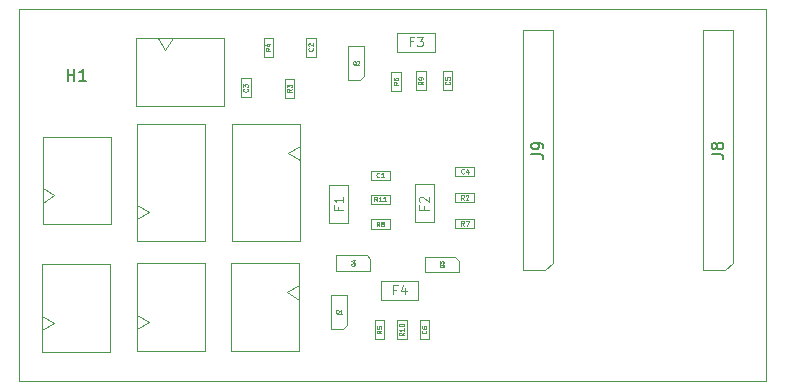
<source format=gbr>
%TF.GenerationSoftware,KiCad,Pcbnew,9.0.3*%
%TF.CreationDate,2025-08-24T20:12:34+09:00*%
%TF.ProjectId,mirror_Shooter_v2,6d697272-6f72-45f5-9368-6f6f7465725f,rev?*%
%TF.SameCoordinates,Original*%
%TF.FileFunction,Profile,NP*%
%FSLAX46Y46*%
G04 Gerber Fmt 4.6, Leading zero omitted, Abs format (unit mm)*
G04 Created by KiCad (PCBNEW 9.0.3) date 2025-08-24 20:12:34*
%MOMM*%
%LPD*%
G01*
G04 APERTURE LIST*
%TA.AperFunction,Profile*%
%ADD10C,0.050000*%
%TD*%
%ADD11C,0.060000*%
%ADD12C,0.120000*%
%ADD13C,0.050000*%
%ADD14C,0.150000*%
%ADD15C,0.100000*%
G04 APERTURE END LIST*
D10*
X115341400Y-85471000D02*
X178587400Y-85471000D01*
X178587400Y-116992400D01*
X115341400Y-116992400D01*
X115341400Y-85471000D01*
D11*
X153013633Y-103813927D02*
X152880300Y-103623451D01*
X152785062Y-103813927D02*
X152785062Y-103413927D01*
X152785062Y-103413927D02*
X152937443Y-103413927D01*
X152937443Y-103413927D02*
X152975538Y-103432975D01*
X152975538Y-103432975D02*
X152994585Y-103452022D01*
X152994585Y-103452022D02*
X153013633Y-103490118D01*
X153013633Y-103490118D02*
X153013633Y-103547260D01*
X153013633Y-103547260D02*
X152994585Y-103585356D01*
X152994585Y-103585356D02*
X152975538Y-103604403D01*
X152975538Y-103604403D02*
X152937443Y-103623451D01*
X152937443Y-103623451D02*
X152785062Y-103623451D01*
X153146966Y-103413927D02*
X153413633Y-103413927D01*
X153413633Y-103413927D02*
X153242204Y-103813927D01*
X145857433Y-103864727D02*
X145724100Y-103674251D01*
X145628862Y-103864727D02*
X145628862Y-103464727D01*
X145628862Y-103464727D02*
X145781243Y-103464727D01*
X145781243Y-103464727D02*
X145819338Y-103483775D01*
X145819338Y-103483775D02*
X145838385Y-103502822D01*
X145838385Y-103502822D02*
X145857433Y-103540918D01*
X145857433Y-103540918D02*
X145857433Y-103598060D01*
X145857433Y-103598060D02*
X145838385Y-103636156D01*
X145838385Y-103636156D02*
X145819338Y-103655203D01*
X145819338Y-103655203D02*
X145781243Y-103674251D01*
X145781243Y-103674251D02*
X145628862Y-103674251D01*
X146086004Y-103636156D02*
X146047909Y-103617108D01*
X146047909Y-103617108D02*
X146028862Y-103598060D01*
X146028862Y-103598060D02*
X146009814Y-103559965D01*
X146009814Y-103559965D02*
X146009814Y-103540918D01*
X146009814Y-103540918D02*
X146028862Y-103502822D01*
X146028862Y-103502822D02*
X146047909Y-103483775D01*
X146047909Y-103483775D02*
X146086004Y-103464727D01*
X146086004Y-103464727D02*
X146162195Y-103464727D01*
X146162195Y-103464727D02*
X146200290Y-103483775D01*
X146200290Y-103483775D02*
X146219338Y-103502822D01*
X146219338Y-103502822D02*
X146238385Y-103540918D01*
X146238385Y-103540918D02*
X146238385Y-103559965D01*
X146238385Y-103559965D02*
X146219338Y-103598060D01*
X146219338Y-103598060D02*
X146200290Y-103617108D01*
X146200290Y-103617108D02*
X146162195Y-103636156D01*
X146162195Y-103636156D02*
X146086004Y-103636156D01*
X146086004Y-103636156D02*
X146047909Y-103655203D01*
X146047909Y-103655203D02*
X146028862Y-103674251D01*
X146028862Y-103674251D02*
X146009814Y-103712346D01*
X146009814Y-103712346D02*
X146009814Y-103788537D01*
X146009814Y-103788537D02*
X146028862Y-103826632D01*
X146028862Y-103826632D02*
X146047909Y-103845680D01*
X146047909Y-103845680D02*
X146086004Y-103864727D01*
X146086004Y-103864727D02*
X146162195Y-103864727D01*
X146162195Y-103864727D02*
X146200290Y-103845680D01*
X146200290Y-103845680D02*
X146219338Y-103826632D01*
X146219338Y-103826632D02*
X146238385Y-103788537D01*
X146238385Y-103788537D02*
X146238385Y-103712346D01*
X146238385Y-103712346D02*
X146219338Y-103674251D01*
X146219338Y-103674251D02*
X146200290Y-103655203D01*
X146200290Y-103655203D02*
X146162195Y-103636156D01*
X138434127Y-92238966D02*
X138243651Y-92372299D01*
X138434127Y-92467537D02*
X138034127Y-92467537D01*
X138034127Y-92467537D02*
X138034127Y-92315156D01*
X138034127Y-92315156D02*
X138053175Y-92277061D01*
X138053175Y-92277061D02*
X138072222Y-92258014D01*
X138072222Y-92258014D02*
X138110318Y-92238966D01*
X138110318Y-92238966D02*
X138167460Y-92238966D01*
X138167460Y-92238966D02*
X138205556Y-92258014D01*
X138205556Y-92258014D02*
X138224603Y-92277061D01*
X138224603Y-92277061D02*
X138243651Y-92315156D01*
X138243651Y-92315156D02*
X138243651Y-92467537D01*
X138034127Y-92105633D02*
X138034127Y-91858014D01*
X138034127Y-91858014D02*
X138186508Y-91991347D01*
X138186508Y-91991347D02*
X138186508Y-91934204D01*
X138186508Y-91934204D02*
X138205556Y-91896109D01*
X138205556Y-91896109D02*
X138224603Y-91877061D01*
X138224603Y-91877061D02*
X138262699Y-91858014D01*
X138262699Y-91858014D02*
X138357937Y-91858014D01*
X138357937Y-91858014D02*
X138396032Y-91877061D01*
X138396032Y-91877061D02*
X138415080Y-91896109D01*
X138415080Y-91896109D02*
X138434127Y-91934204D01*
X138434127Y-91934204D02*
X138434127Y-92048490D01*
X138434127Y-92048490D02*
X138415080Y-92086585D01*
X138415080Y-92086585D02*
X138396032Y-92105633D01*
X149800632Y-112689166D02*
X149819680Y-112708214D01*
X149819680Y-112708214D02*
X149838727Y-112765356D01*
X149838727Y-112765356D02*
X149838727Y-112803452D01*
X149838727Y-112803452D02*
X149819680Y-112860595D01*
X149819680Y-112860595D02*
X149781584Y-112898690D01*
X149781584Y-112898690D02*
X149743489Y-112917737D01*
X149743489Y-112917737D02*
X149667299Y-112936785D01*
X149667299Y-112936785D02*
X149610156Y-112936785D01*
X149610156Y-112936785D02*
X149533965Y-112917737D01*
X149533965Y-112917737D02*
X149495870Y-112898690D01*
X149495870Y-112898690D02*
X149457775Y-112860595D01*
X149457775Y-112860595D02*
X149438727Y-112803452D01*
X149438727Y-112803452D02*
X149438727Y-112765356D01*
X149438727Y-112765356D02*
X149457775Y-112708214D01*
X149457775Y-112708214D02*
X149476822Y-112689166D01*
X149438727Y-112346309D02*
X149438727Y-112422499D01*
X149438727Y-112422499D02*
X149457775Y-112460595D01*
X149457775Y-112460595D02*
X149476822Y-112479642D01*
X149476822Y-112479642D02*
X149533965Y-112517737D01*
X149533965Y-112517737D02*
X149610156Y-112536785D01*
X149610156Y-112536785D02*
X149762537Y-112536785D01*
X149762537Y-112536785D02*
X149800632Y-112517737D01*
X149800632Y-112517737D02*
X149819680Y-112498690D01*
X149819680Y-112498690D02*
X149838727Y-112460595D01*
X149838727Y-112460595D02*
X149838727Y-112384404D01*
X149838727Y-112384404D02*
X149819680Y-112346309D01*
X149819680Y-112346309D02*
X149800632Y-112327261D01*
X149800632Y-112327261D02*
X149762537Y-112308214D01*
X149762537Y-112308214D02*
X149667299Y-112308214D01*
X149667299Y-112308214D02*
X149629203Y-112327261D01*
X149629203Y-112327261D02*
X149610156Y-112346309D01*
X149610156Y-112346309D02*
X149591108Y-112384404D01*
X149591108Y-112384404D02*
X149591108Y-112460595D01*
X149591108Y-112460595D02*
X149610156Y-112498690D01*
X149610156Y-112498690D02*
X149629203Y-112517737D01*
X149629203Y-112517737D02*
X149667299Y-112536785D01*
X145855233Y-99686432D02*
X145836185Y-99705480D01*
X145836185Y-99705480D02*
X145779043Y-99724527D01*
X145779043Y-99724527D02*
X145740947Y-99724527D01*
X145740947Y-99724527D02*
X145683804Y-99705480D01*
X145683804Y-99705480D02*
X145645709Y-99667384D01*
X145645709Y-99667384D02*
X145626662Y-99629289D01*
X145626662Y-99629289D02*
X145607614Y-99553099D01*
X145607614Y-99553099D02*
X145607614Y-99495956D01*
X145607614Y-99495956D02*
X145626662Y-99419765D01*
X145626662Y-99419765D02*
X145645709Y-99381670D01*
X145645709Y-99381670D02*
X145683804Y-99343575D01*
X145683804Y-99343575D02*
X145740947Y-99324527D01*
X145740947Y-99324527D02*
X145779043Y-99324527D01*
X145779043Y-99324527D02*
X145836185Y-99343575D01*
X145836185Y-99343575D02*
X145855233Y-99362622D01*
X146236185Y-99724527D02*
X146007614Y-99724527D01*
X146121900Y-99724527D02*
X146121900Y-99324527D01*
X146121900Y-99324527D02*
X146083804Y-99381670D01*
X146083804Y-99381670D02*
X146045709Y-99419765D01*
X146045709Y-99419765D02*
X146007614Y-99438813D01*
X151781832Y-91607166D02*
X151800880Y-91626214D01*
X151800880Y-91626214D02*
X151819927Y-91683356D01*
X151819927Y-91683356D02*
X151819927Y-91721452D01*
X151819927Y-91721452D02*
X151800880Y-91778595D01*
X151800880Y-91778595D02*
X151762784Y-91816690D01*
X151762784Y-91816690D02*
X151724689Y-91835737D01*
X151724689Y-91835737D02*
X151648499Y-91854785D01*
X151648499Y-91854785D02*
X151591356Y-91854785D01*
X151591356Y-91854785D02*
X151515165Y-91835737D01*
X151515165Y-91835737D02*
X151477070Y-91816690D01*
X151477070Y-91816690D02*
X151438975Y-91778595D01*
X151438975Y-91778595D02*
X151419927Y-91721452D01*
X151419927Y-91721452D02*
X151419927Y-91683356D01*
X151419927Y-91683356D02*
X151438975Y-91626214D01*
X151438975Y-91626214D02*
X151458022Y-91607166D01*
X151419927Y-91245261D02*
X151419927Y-91435737D01*
X151419927Y-91435737D02*
X151610403Y-91454785D01*
X151610403Y-91454785D02*
X151591356Y-91435737D01*
X151591356Y-91435737D02*
X151572308Y-91397642D01*
X151572308Y-91397642D02*
X151572308Y-91302404D01*
X151572308Y-91302404D02*
X151591356Y-91264309D01*
X151591356Y-91264309D02*
X151610403Y-91245261D01*
X151610403Y-91245261D02*
X151648499Y-91226214D01*
X151648499Y-91226214D02*
X151743737Y-91226214D01*
X151743737Y-91226214D02*
X151781832Y-91245261D01*
X151781832Y-91245261D02*
X151800880Y-91264309D01*
X151800880Y-91264309D02*
X151819927Y-91302404D01*
X151819927Y-91302404D02*
X151819927Y-91397642D01*
X151819927Y-91397642D02*
X151800880Y-91435737D01*
X151800880Y-91435737D02*
X151781832Y-91454785D01*
X153018033Y-101629527D02*
X152884700Y-101439051D01*
X152789462Y-101629527D02*
X152789462Y-101229527D01*
X152789462Y-101229527D02*
X152941843Y-101229527D01*
X152941843Y-101229527D02*
X152979938Y-101248575D01*
X152979938Y-101248575D02*
X152998985Y-101267622D01*
X152998985Y-101267622D02*
X153018033Y-101305718D01*
X153018033Y-101305718D02*
X153018033Y-101362860D01*
X153018033Y-101362860D02*
X152998985Y-101400956D01*
X152998985Y-101400956D02*
X152979938Y-101420003D01*
X152979938Y-101420003D02*
X152941843Y-101439051D01*
X152941843Y-101439051D02*
X152789462Y-101439051D01*
X153170414Y-101267622D02*
X153189462Y-101248575D01*
X153189462Y-101248575D02*
X153227557Y-101229527D01*
X153227557Y-101229527D02*
X153322795Y-101229527D01*
X153322795Y-101229527D02*
X153360890Y-101248575D01*
X153360890Y-101248575D02*
X153379938Y-101267622D01*
X153379938Y-101267622D02*
X153398985Y-101305718D01*
X153398985Y-101305718D02*
X153398985Y-101343813D01*
X153398985Y-101343813D02*
X153379938Y-101400956D01*
X153379938Y-101400956D02*
X153151366Y-101629527D01*
X153151366Y-101629527D02*
X153398985Y-101629527D01*
D12*
X149599407Y-102185766D02*
X149599407Y-102452432D01*
X150018455Y-102452432D02*
X149218455Y-102452432D01*
X149218455Y-102452432D02*
X149218455Y-102071480D01*
X149294645Y-101804814D02*
X149256550Y-101766718D01*
X149256550Y-101766718D02*
X149218455Y-101690528D01*
X149218455Y-101690528D02*
X149218455Y-101500052D01*
X149218455Y-101500052D02*
X149256550Y-101423861D01*
X149256550Y-101423861D02*
X149294645Y-101385766D01*
X149294645Y-101385766D02*
X149370836Y-101347671D01*
X149370836Y-101347671D02*
X149447026Y-101347671D01*
X149447026Y-101347671D02*
X149561312Y-101385766D01*
X149561312Y-101385766D02*
X150018455Y-101842909D01*
X150018455Y-101842909D02*
X150018455Y-101347671D01*
D11*
X145666957Y-101756527D02*
X145533624Y-101566051D01*
X145438386Y-101756527D02*
X145438386Y-101356527D01*
X145438386Y-101356527D02*
X145590767Y-101356527D01*
X145590767Y-101356527D02*
X145628862Y-101375575D01*
X145628862Y-101375575D02*
X145647909Y-101394622D01*
X145647909Y-101394622D02*
X145666957Y-101432718D01*
X145666957Y-101432718D02*
X145666957Y-101489860D01*
X145666957Y-101489860D02*
X145647909Y-101527956D01*
X145647909Y-101527956D02*
X145628862Y-101547003D01*
X145628862Y-101547003D02*
X145590767Y-101566051D01*
X145590767Y-101566051D02*
X145438386Y-101566051D01*
X146047909Y-101756527D02*
X145819338Y-101756527D01*
X145933624Y-101756527D02*
X145933624Y-101356527D01*
X145933624Y-101356527D02*
X145895528Y-101413670D01*
X145895528Y-101413670D02*
X145857433Y-101451765D01*
X145857433Y-101451765D02*
X145819338Y-101470813D01*
X146428861Y-101756527D02*
X146200290Y-101756527D01*
X146314576Y-101756527D02*
X146314576Y-101356527D01*
X146314576Y-101356527D02*
X146276480Y-101413670D01*
X146276480Y-101413670D02*
X146238385Y-101451765D01*
X146238385Y-101451765D02*
X146200290Y-101470813D01*
X134687632Y-92213866D02*
X134706680Y-92232914D01*
X134706680Y-92232914D02*
X134725727Y-92290056D01*
X134725727Y-92290056D02*
X134725727Y-92328152D01*
X134725727Y-92328152D02*
X134706680Y-92385295D01*
X134706680Y-92385295D02*
X134668584Y-92423390D01*
X134668584Y-92423390D02*
X134630489Y-92442437D01*
X134630489Y-92442437D02*
X134554299Y-92461485D01*
X134554299Y-92461485D02*
X134497156Y-92461485D01*
X134497156Y-92461485D02*
X134420965Y-92442437D01*
X134420965Y-92442437D02*
X134382870Y-92423390D01*
X134382870Y-92423390D02*
X134344775Y-92385295D01*
X134344775Y-92385295D02*
X134325727Y-92328152D01*
X134325727Y-92328152D02*
X134325727Y-92290056D01*
X134325727Y-92290056D02*
X134344775Y-92232914D01*
X134344775Y-92232914D02*
X134363822Y-92213866D01*
X134325727Y-92080533D02*
X134325727Y-91832914D01*
X134325727Y-91832914D02*
X134478108Y-91966247D01*
X134478108Y-91966247D02*
X134478108Y-91909104D01*
X134478108Y-91909104D02*
X134497156Y-91871009D01*
X134497156Y-91871009D02*
X134516203Y-91851961D01*
X134516203Y-91851961D02*
X134554299Y-91832914D01*
X134554299Y-91832914D02*
X134649537Y-91832914D01*
X134649537Y-91832914D02*
X134687632Y-91851961D01*
X134687632Y-91851961D02*
X134706680Y-91871009D01*
X134706680Y-91871009D02*
X134725727Y-91909104D01*
X134725727Y-91909104D02*
X134725727Y-92023390D01*
X134725727Y-92023390D02*
X134706680Y-92061485D01*
X134706680Y-92061485D02*
X134687632Y-92080533D01*
X146028727Y-112691366D02*
X145838251Y-112824699D01*
X146028727Y-112919937D02*
X145628727Y-112919937D01*
X145628727Y-112919937D02*
X145628727Y-112767556D01*
X145628727Y-112767556D02*
X145647775Y-112729461D01*
X145647775Y-112729461D02*
X145666822Y-112710414D01*
X145666822Y-112710414D02*
X145704918Y-112691366D01*
X145704918Y-112691366D02*
X145762060Y-112691366D01*
X145762060Y-112691366D02*
X145800156Y-112710414D01*
X145800156Y-112710414D02*
X145819203Y-112729461D01*
X145819203Y-112729461D02*
X145838251Y-112767556D01*
X145838251Y-112767556D02*
X145838251Y-112919937D01*
X145628727Y-112329461D02*
X145628727Y-112519937D01*
X145628727Y-112519937D02*
X145819203Y-112538985D01*
X145819203Y-112538985D02*
X145800156Y-112519937D01*
X145800156Y-112519937D02*
X145781108Y-112481842D01*
X145781108Y-112481842D02*
X145781108Y-112386604D01*
X145781108Y-112386604D02*
X145800156Y-112348509D01*
X145800156Y-112348509D02*
X145819203Y-112329461D01*
X145819203Y-112329461D02*
X145857299Y-112310414D01*
X145857299Y-112310414D02*
X145952537Y-112310414D01*
X145952537Y-112310414D02*
X145990632Y-112329461D01*
X145990632Y-112329461D02*
X146009680Y-112348509D01*
X146009680Y-112348509D02*
X146028727Y-112386604D01*
X146028727Y-112386604D02*
X146028727Y-112481842D01*
X146028727Y-112481842D02*
X146009680Y-112519937D01*
X146009680Y-112519937D02*
X145990632Y-112538985D01*
D13*
X142418223Y-111290714D02*
X142387747Y-111275476D01*
X142387747Y-111275476D02*
X142357271Y-111245000D01*
X142357271Y-111245000D02*
X142311557Y-111199285D01*
X142311557Y-111199285D02*
X142281080Y-111184047D01*
X142281080Y-111184047D02*
X142250604Y-111184047D01*
X142265842Y-111260238D02*
X142235366Y-111245000D01*
X142235366Y-111245000D02*
X142204890Y-111214523D01*
X142204890Y-111214523D02*
X142189652Y-111153571D01*
X142189652Y-111153571D02*
X142189652Y-111046904D01*
X142189652Y-111046904D02*
X142204890Y-110985952D01*
X142204890Y-110985952D02*
X142235366Y-110955476D01*
X142235366Y-110955476D02*
X142265842Y-110940238D01*
X142265842Y-110940238D02*
X142326795Y-110940238D01*
X142326795Y-110940238D02*
X142357271Y-110955476D01*
X142357271Y-110955476D02*
X142387747Y-110985952D01*
X142387747Y-110985952D02*
X142402985Y-111046904D01*
X142402985Y-111046904D02*
X142402985Y-111153571D01*
X142402985Y-111153571D02*
X142387747Y-111214523D01*
X142387747Y-111214523D02*
X142357271Y-111245000D01*
X142357271Y-111245000D02*
X142326795Y-111260238D01*
X142326795Y-111260238D02*
X142265842Y-111260238D01*
X142707747Y-111260238D02*
X142524890Y-111260238D01*
X142616318Y-111260238D02*
X142616318Y-110940238D01*
X142616318Y-110940238D02*
X142585842Y-110985952D01*
X142585842Y-110985952D02*
X142555366Y-111016428D01*
X142555366Y-111016428D02*
X142524890Y-111031666D01*
X143858223Y-90218914D02*
X143827747Y-90203676D01*
X143827747Y-90203676D02*
X143797271Y-90173200D01*
X143797271Y-90173200D02*
X143751557Y-90127485D01*
X143751557Y-90127485D02*
X143721080Y-90112247D01*
X143721080Y-90112247D02*
X143690604Y-90112247D01*
X143705842Y-90188438D02*
X143675366Y-90173200D01*
X143675366Y-90173200D02*
X143644890Y-90142723D01*
X143644890Y-90142723D02*
X143629652Y-90081771D01*
X143629652Y-90081771D02*
X143629652Y-89975104D01*
X143629652Y-89975104D02*
X143644890Y-89914152D01*
X143644890Y-89914152D02*
X143675366Y-89883676D01*
X143675366Y-89883676D02*
X143705842Y-89868438D01*
X143705842Y-89868438D02*
X143766795Y-89868438D01*
X143766795Y-89868438D02*
X143797271Y-89883676D01*
X143797271Y-89883676D02*
X143827747Y-89914152D01*
X143827747Y-89914152D02*
X143842985Y-89975104D01*
X143842985Y-89975104D02*
X143842985Y-90081771D01*
X143842985Y-90081771D02*
X143827747Y-90142723D01*
X143827747Y-90142723D02*
X143797271Y-90173200D01*
X143797271Y-90173200D02*
X143766795Y-90188438D01*
X143766795Y-90188438D02*
X143705842Y-90188438D01*
X143964890Y-89898914D02*
X143980128Y-89883676D01*
X143980128Y-89883676D02*
X144010604Y-89868438D01*
X144010604Y-89868438D02*
X144086795Y-89868438D01*
X144086795Y-89868438D02*
X144117271Y-89883676D01*
X144117271Y-89883676D02*
X144132509Y-89898914D01*
X144132509Y-89898914D02*
X144147747Y-89929390D01*
X144147747Y-89929390D02*
X144147747Y-89959866D01*
X144147747Y-89959866D02*
X144132509Y-90005580D01*
X144132509Y-90005580D02*
X143949652Y-90188438D01*
X143949652Y-90188438D02*
X144147747Y-90188438D01*
X151318914Y-107114576D02*
X151303676Y-107145052D01*
X151303676Y-107145052D02*
X151273200Y-107175528D01*
X151273200Y-107175528D02*
X151227485Y-107221242D01*
X151227485Y-107221242D02*
X151212247Y-107251719D01*
X151212247Y-107251719D02*
X151212247Y-107282195D01*
X151288438Y-107266957D02*
X151273200Y-107297433D01*
X151273200Y-107297433D02*
X151242723Y-107327909D01*
X151242723Y-107327909D02*
X151181771Y-107343147D01*
X151181771Y-107343147D02*
X151075104Y-107343147D01*
X151075104Y-107343147D02*
X151014152Y-107327909D01*
X151014152Y-107327909D02*
X150983676Y-107297433D01*
X150983676Y-107297433D02*
X150968438Y-107266957D01*
X150968438Y-107266957D02*
X150968438Y-107206004D01*
X150968438Y-107206004D02*
X150983676Y-107175528D01*
X150983676Y-107175528D02*
X151014152Y-107145052D01*
X151014152Y-107145052D02*
X151075104Y-107129814D01*
X151075104Y-107129814D02*
X151181771Y-107129814D01*
X151181771Y-107129814D02*
X151242723Y-107145052D01*
X151242723Y-107145052D02*
X151273200Y-107175528D01*
X151273200Y-107175528D02*
X151288438Y-107206004D01*
X151288438Y-107206004D02*
X151288438Y-107266957D01*
X150968438Y-107023147D02*
X150968438Y-106825052D01*
X150968438Y-106825052D02*
X151090342Y-106931719D01*
X151090342Y-106931719D02*
X151090342Y-106886004D01*
X151090342Y-106886004D02*
X151105580Y-106855528D01*
X151105580Y-106855528D02*
X151120819Y-106840290D01*
X151120819Y-106840290D02*
X151151295Y-106825052D01*
X151151295Y-106825052D02*
X151227485Y-106825052D01*
X151227485Y-106825052D02*
X151257961Y-106840290D01*
X151257961Y-106840290D02*
X151273200Y-106855528D01*
X151273200Y-106855528D02*
X151288438Y-106886004D01*
X151288438Y-106886004D02*
X151288438Y-106977433D01*
X151288438Y-106977433D02*
X151273200Y-107007909D01*
X151273200Y-107007909D02*
X151257961Y-107023147D01*
D11*
X140199432Y-88762366D02*
X140218480Y-88781414D01*
X140218480Y-88781414D02*
X140237527Y-88838556D01*
X140237527Y-88838556D02*
X140237527Y-88876652D01*
X140237527Y-88876652D02*
X140218480Y-88933795D01*
X140218480Y-88933795D02*
X140180384Y-88971890D01*
X140180384Y-88971890D02*
X140142289Y-88990937D01*
X140142289Y-88990937D02*
X140066099Y-89009985D01*
X140066099Y-89009985D02*
X140008956Y-89009985D01*
X140008956Y-89009985D02*
X139932765Y-88990937D01*
X139932765Y-88990937D02*
X139894670Y-88971890D01*
X139894670Y-88971890D02*
X139856575Y-88933795D01*
X139856575Y-88933795D02*
X139837527Y-88876652D01*
X139837527Y-88876652D02*
X139837527Y-88838556D01*
X139837527Y-88838556D02*
X139856575Y-88781414D01*
X139856575Y-88781414D02*
X139875622Y-88762366D01*
X139875622Y-88609985D02*
X139856575Y-88590937D01*
X139856575Y-88590937D02*
X139837527Y-88552842D01*
X139837527Y-88552842D02*
X139837527Y-88457604D01*
X139837527Y-88457604D02*
X139856575Y-88419509D01*
X139856575Y-88419509D02*
X139875622Y-88400461D01*
X139875622Y-88400461D02*
X139913718Y-88381414D01*
X139913718Y-88381414D02*
X139951813Y-88381414D01*
X139951813Y-88381414D02*
X140008956Y-88400461D01*
X140008956Y-88400461D02*
X140237527Y-88629033D01*
X140237527Y-88629033D02*
X140237527Y-88381414D01*
D13*
X143823114Y-106987576D02*
X143807876Y-107018052D01*
X143807876Y-107018052D02*
X143777400Y-107048528D01*
X143777400Y-107048528D02*
X143731685Y-107094242D01*
X143731685Y-107094242D02*
X143716447Y-107124719D01*
X143716447Y-107124719D02*
X143716447Y-107155195D01*
X143792638Y-107139957D02*
X143777400Y-107170433D01*
X143777400Y-107170433D02*
X143746923Y-107200909D01*
X143746923Y-107200909D02*
X143685971Y-107216147D01*
X143685971Y-107216147D02*
X143579304Y-107216147D01*
X143579304Y-107216147D02*
X143518352Y-107200909D01*
X143518352Y-107200909D02*
X143487876Y-107170433D01*
X143487876Y-107170433D02*
X143472638Y-107139957D01*
X143472638Y-107139957D02*
X143472638Y-107079004D01*
X143472638Y-107079004D02*
X143487876Y-107048528D01*
X143487876Y-107048528D02*
X143518352Y-107018052D01*
X143518352Y-107018052D02*
X143579304Y-107002814D01*
X143579304Y-107002814D02*
X143685971Y-107002814D01*
X143685971Y-107002814D02*
X143746923Y-107018052D01*
X143746923Y-107018052D02*
X143777400Y-107048528D01*
X143777400Y-107048528D02*
X143792638Y-107079004D01*
X143792638Y-107079004D02*
X143792638Y-107139957D01*
X143579304Y-106728528D02*
X143792638Y-106728528D01*
X143457400Y-106804719D02*
X143685971Y-106880909D01*
X143685971Y-106880909D02*
X143685971Y-106682814D01*
D11*
X147451127Y-91660166D02*
X147260651Y-91793499D01*
X147451127Y-91888737D02*
X147051127Y-91888737D01*
X147051127Y-91888737D02*
X147051127Y-91736356D01*
X147051127Y-91736356D02*
X147070175Y-91698261D01*
X147070175Y-91698261D02*
X147089222Y-91679214D01*
X147089222Y-91679214D02*
X147127318Y-91660166D01*
X147127318Y-91660166D02*
X147184460Y-91660166D01*
X147184460Y-91660166D02*
X147222556Y-91679214D01*
X147222556Y-91679214D02*
X147241603Y-91698261D01*
X147241603Y-91698261D02*
X147260651Y-91736356D01*
X147260651Y-91736356D02*
X147260651Y-91888737D01*
X147051127Y-91317309D02*
X147051127Y-91393499D01*
X147051127Y-91393499D02*
X147070175Y-91431595D01*
X147070175Y-91431595D02*
X147089222Y-91450642D01*
X147089222Y-91450642D02*
X147146365Y-91488737D01*
X147146365Y-91488737D02*
X147222556Y-91507785D01*
X147222556Y-91507785D02*
X147374937Y-91507785D01*
X147374937Y-91507785D02*
X147413032Y-91488737D01*
X147413032Y-91488737D02*
X147432080Y-91469690D01*
X147432080Y-91469690D02*
X147451127Y-91431595D01*
X147451127Y-91431595D02*
X147451127Y-91355404D01*
X147451127Y-91355404D02*
X147432080Y-91317309D01*
X147432080Y-91317309D02*
X147413032Y-91298261D01*
X147413032Y-91298261D02*
X147374937Y-91279214D01*
X147374937Y-91279214D02*
X147279699Y-91279214D01*
X147279699Y-91279214D02*
X147241603Y-91298261D01*
X147241603Y-91298261D02*
X147222556Y-91317309D01*
X147222556Y-91317309D02*
X147203508Y-91355404D01*
X147203508Y-91355404D02*
X147203508Y-91431595D01*
X147203508Y-91431595D02*
X147222556Y-91469690D01*
X147222556Y-91469690D02*
X147241603Y-91488737D01*
X147241603Y-91488737D02*
X147279699Y-91507785D01*
D14*
X158728219Y-97767733D02*
X159442504Y-97767733D01*
X159442504Y-97767733D02*
X159585361Y-97815352D01*
X159585361Y-97815352D02*
X159680600Y-97910590D01*
X159680600Y-97910590D02*
X159728219Y-98053447D01*
X159728219Y-98053447D02*
X159728219Y-98148685D01*
X159728219Y-97243923D02*
X159728219Y-97053447D01*
X159728219Y-97053447D02*
X159680600Y-96958209D01*
X159680600Y-96958209D02*
X159632980Y-96910590D01*
X159632980Y-96910590D02*
X159490123Y-96815352D01*
X159490123Y-96815352D02*
X159299647Y-96767733D01*
X159299647Y-96767733D02*
X158918695Y-96767733D01*
X158918695Y-96767733D02*
X158823457Y-96815352D01*
X158823457Y-96815352D02*
X158775838Y-96862971D01*
X158775838Y-96862971D02*
X158728219Y-96958209D01*
X158728219Y-96958209D02*
X158728219Y-97148685D01*
X158728219Y-97148685D02*
X158775838Y-97243923D01*
X158775838Y-97243923D02*
X158823457Y-97291542D01*
X158823457Y-97291542D02*
X158918695Y-97339161D01*
X158918695Y-97339161D02*
X159156790Y-97339161D01*
X159156790Y-97339161D02*
X159252028Y-97291542D01*
X159252028Y-97291542D02*
X159299647Y-97243923D01*
X159299647Y-97243923D02*
X159347266Y-97148685D01*
X159347266Y-97148685D02*
X159347266Y-96958209D01*
X159347266Y-96958209D02*
X159299647Y-96862971D01*
X159299647Y-96862971D02*
X159252028Y-96815352D01*
X159252028Y-96815352D02*
X159156790Y-96767733D01*
X119455895Y-91539219D02*
X119455895Y-90539219D01*
X119455895Y-91015409D02*
X120027323Y-91015409D01*
X120027323Y-91539219D02*
X120027323Y-90539219D01*
X121027323Y-91539219D02*
X120455895Y-91539219D01*
X120741609Y-91539219D02*
X120741609Y-90539219D01*
X120741609Y-90539219D02*
X120646371Y-90682076D01*
X120646371Y-90682076D02*
X120551133Y-90777314D01*
X120551133Y-90777314D02*
X120455895Y-90824933D01*
D11*
X149559327Y-91607166D02*
X149368851Y-91740499D01*
X149559327Y-91835737D02*
X149159327Y-91835737D01*
X149159327Y-91835737D02*
X149159327Y-91683356D01*
X149159327Y-91683356D02*
X149178375Y-91645261D01*
X149178375Y-91645261D02*
X149197422Y-91626214D01*
X149197422Y-91626214D02*
X149235518Y-91607166D01*
X149235518Y-91607166D02*
X149292660Y-91607166D01*
X149292660Y-91607166D02*
X149330756Y-91626214D01*
X149330756Y-91626214D02*
X149349803Y-91645261D01*
X149349803Y-91645261D02*
X149368851Y-91683356D01*
X149368851Y-91683356D02*
X149368851Y-91835737D01*
X149559327Y-91416690D02*
X149559327Y-91340499D01*
X149559327Y-91340499D02*
X149540280Y-91302404D01*
X149540280Y-91302404D02*
X149521232Y-91283356D01*
X149521232Y-91283356D02*
X149464089Y-91245261D01*
X149464089Y-91245261D02*
X149387899Y-91226214D01*
X149387899Y-91226214D02*
X149235518Y-91226214D01*
X149235518Y-91226214D02*
X149197422Y-91245261D01*
X149197422Y-91245261D02*
X149178375Y-91264309D01*
X149178375Y-91264309D02*
X149159327Y-91302404D01*
X149159327Y-91302404D02*
X149159327Y-91378595D01*
X149159327Y-91378595D02*
X149178375Y-91416690D01*
X149178375Y-91416690D02*
X149197422Y-91435737D01*
X149197422Y-91435737D02*
X149235518Y-91454785D01*
X149235518Y-91454785D02*
X149330756Y-91454785D01*
X149330756Y-91454785D02*
X149368851Y-91435737D01*
X149368851Y-91435737D02*
X149387899Y-91416690D01*
X149387899Y-91416690D02*
X149406946Y-91378595D01*
X149406946Y-91378595D02*
X149406946Y-91302404D01*
X149406946Y-91302404D02*
X149387899Y-91264309D01*
X149387899Y-91264309D02*
X149368851Y-91245261D01*
X149368851Y-91245261D02*
X149330756Y-91226214D01*
D12*
X148690033Y-88209807D02*
X148423367Y-88209807D01*
X148423367Y-88628855D02*
X148423367Y-87828855D01*
X148423367Y-87828855D02*
X148804319Y-87828855D01*
X149032890Y-87828855D02*
X149528128Y-87828855D01*
X149528128Y-87828855D02*
X149261462Y-88133617D01*
X149261462Y-88133617D02*
X149375747Y-88133617D01*
X149375747Y-88133617D02*
X149451938Y-88171712D01*
X149451938Y-88171712D02*
X149490033Y-88209807D01*
X149490033Y-88209807D02*
X149528128Y-88285998D01*
X149528128Y-88285998D02*
X149528128Y-88476474D01*
X149528128Y-88476474D02*
X149490033Y-88552664D01*
X149490033Y-88552664D02*
X149451938Y-88590760D01*
X149451938Y-88590760D02*
X149375747Y-88628855D01*
X149375747Y-88628855D02*
X149147176Y-88628855D01*
X149147176Y-88628855D02*
X149070985Y-88590760D01*
X149070985Y-88590760D02*
X149032890Y-88552664D01*
X147296233Y-109215607D02*
X147029567Y-109215607D01*
X147029567Y-109634655D02*
X147029567Y-108834655D01*
X147029567Y-108834655D02*
X147410519Y-108834655D01*
X148058138Y-109101321D02*
X148058138Y-109634655D01*
X147867662Y-108796560D02*
X147677185Y-109367988D01*
X147677185Y-109367988D02*
X148172424Y-109367988D01*
X142372807Y-102212066D02*
X142372807Y-102478732D01*
X142791855Y-102478732D02*
X141991855Y-102478732D01*
X141991855Y-102478732D02*
X141991855Y-102097780D01*
X142791855Y-101373971D02*
X142791855Y-101831114D01*
X142791855Y-101602542D02*
X141991855Y-101602542D01*
X141991855Y-101602542D02*
X142106140Y-101678733D01*
X142106140Y-101678733D02*
X142182331Y-101754923D01*
X142182331Y-101754923D02*
X142220426Y-101831114D01*
D11*
X136630727Y-88788866D02*
X136440251Y-88922199D01*
X136630727Y-89017437D02*
X136230727Y-89017437D01*
X136230727Y-89017437D02*
X136230727Y-88865056D01*
X136230727Y-88865056D02*
X136249775Y-88826961D01*
X136249775Y-88826961D02*
X136268822Y-88807914D01*
X136268822Y-88807914D02*
X136306918Y-88788866D01*
X136306918Y-88788866D02*
X136364060Y-88788866D01*
X136364060Y-88788866D02*
X136402156Y-88807914D01*
X136402156Y-88807914D02*
X136421203Y-88826961D01*
X136421203Y-88826961D02*
X136440251Y-88865056D01*
X136440251Y-88865056D02*
X136440251Y-89017437D01*
X136364060Y-88446009D02*
X136630727Y-88446009D01*
X136211680Y-88541247D02*
X136497394Y-88636485D01*
X136497394Y-88636485D02*
X136497394Y-88388866D01*
D14*
X173978219Y-97767733D02*
X174692504Y-97767733D01*
X174692504Y-97767733D02*
X174835361Y-97815352D01*
X174835361Y-97815352D02*
X174930600Y-97910590D01*
X174930600Y-97910590D02*
X174978219Y-98053447D01*
X174978219Y-98053447D02*
X174978219Y-98148685D01*
X174406790Y-97148685D02*
X174359171Y-97243923D01*
X174359171Y-97243923D02*
X174311552Y-97291542D01*
X174311552Y-97291542D02*
X174216314Y-97339161D01*
X174216314Y-97339161D02*
X174168695Y-97339161D01*
X174168695Y-97339161D02*
X174073457Y-97291542D01*
X174073457Y-97291542D02*
X174025838Y-97243923D01*
X174025838Y-97243923D02*
X173978219Y-97148685D01*
X173978219Y-97148685D02*
X173978219Y-96958209D01*
X173978219Y-96958209D02*
X174025838Y-96862971D01*
X174025838Y-96862971D02*
X174073457Y-96815352D01*
X174073457Y-96815352D02*
X174168695Y-96767733D01*
X174168695Y-96767733D02*
X174216314Y-96767733D01*
X174216314Y-96767733D02*
X174311552Y-96815352D01*
X174311552Y-96815352D02*
X174359171Y-96862971D01*
X174359171Y-96862971D02*
X174406790Y-96958209D01*
X174406790Y-96958209D02*
X174406790Y-97148685D01*
X174406790Y-97148685D02*
X174454409Y-97243923D01*
X174454409Y-97243923D02*
X174502028Y-97291542D01*
X174502028Y-97291542D02*
X174597266Y-97339161D01*
X174597266Y-97339161D02*
X174787742Y-97339161D01*
X174787742Y-97339161D02*
X174882980Y-97291542D01*
X174882980Y-97291542D02*
X174930600Y-97243923D01*
X174930600Y-97243923D02*
X174978219Y-97148685D01*
X174978219Y-97148685D02*
X174978219Y-96958209D01*
X174978219Y-96958209D02*
X174930600Y-96862971D01*
X174930600Y-96862971D02*
X174882980Y-96815352D01*
X174882980Y-96815352D02*
X174787742Y-96767733D01*
X174787742Y-96767733D02*
X174597266Y-96767733D01*
X174597266Y-96767733D02*
X174502028Y-96815352D01*
X174502028Y-96815352D02*
X174454409Y-96862971D01*
X174454409Y-96862971D02*
X174406790Y-96958209D01*
D11*
X153018033Y-99356232D02*
X152998985Y-99375280D01*
X152998985Y-99375280D02*
X152941843Y-99394327D01*
X152941843Y-99394327D02*
X152903747Y-99394327D01*
X152903747Y-99394327D02*
X152846604Y-99375280D01*
X152846604Y-99375280D02*
X152808509Y-99337184D01*
X152808509Y-99337184D02*
X152789462Y-99299089D01*
X152789462Y-99299089D02*
X152770414Y-99222899D01*
X152770414Y-99222899D02*
X152770414Y-99165756D01*
X152770414Y-99165756D02*
X152789462Y-99089565D01*
X152789462Y-99089565D02*
X152808509Y-99051470D01*
X152808509Y-99051470D02*
X152846604Y-99013375D01*
X152846604Y-99013375D02*
X152903747Y-98994327D01*
X152903747Y-98994327D02*
X152941843Y-98994327D01*
X152941843Y-98994327D02*
X152998985Y-99013375D01*
X152998985Y-99013375D02*
X153018033Y-99032422D01*
X153360890Y-99127660D02*
X153360890Y-99394327D01*
X153265652Y-98975280D02*
X153170414Y-99260994D01*
X153170414Y-99260994D02*
X153418033Y-99260994D01*
X147933727Y-112879642D02*
X147743251Y-113012975D01*
X147933727Y-113108213D02*
X147533727Y-113108213D01*
X147533727Y-113108213D02*
X147533727Y-112955832D01*
X147533727Y-112955832D02*
X147552775Y-112917737D01*
X147552775Y-112917737D02*
X147571822Y-112898690D01*
X147571822Y-112898690D02*
X147609918Y-112879642D01*
X147609918Y-112879642D02*
X147667060Y-112879642D01*
X147667060Y-112879642D02*
X147705156Y-112898690D01*
X147705156Y-112898690D02*
X147724203Y-112917737D01*
X147724203Y-112917737D02*
X147743251Y-112955832D01*
X147743251Y-112955832D02*
X147743251Y-113108213D01*
X147933727Y-112498690D02*
X147933727Y-112727261D01*
X147933727Y-112612975D02*
X147533727Y-112612975D01*
X147533727Y-112612975D02*
X147590870Y-112651071D01*
X147590870Y-112651071D02*
X147628965Y-112689166D01*
X147628965Y-112689166D02*
X147648013Y-112727261D01*
X147533727Y-112251071D02*
X147533727Y-112212976D01*
X147533727Y-112212976D02*
X147552775Y-112174880D01*
X147552775Y-112174880D02*
X147571822Y-112155833D01*
X147571822Y-112155833D02*
X147609918Y-112136785D01*
X147609918Y-112136785D02*
X147686108Y-112117738D01*
X147686108Y-112117738D02*
X147781346Y-112117738D01*
X147781346Y-112117738D02*
X147857537Y-112136785D01*
X147857537Y-112136785D02*
X147895632Y-112155833D01*
X147895632Y-112155833D02*
X147914680Y-112174880D01*
X147914680Y-112174880D02*
X147933727Y-112212976D01*
X147933727Y-112212976D02*
X147933727Y-112251071D01*
X147933727Y-112251071D02*
X147914680Y-112289166D01*
X147914680Y-112289166D02*
X147895632Y-112308214D01*
X147895632Y-112308214D02*
X147857537Y-112327261D01*
X147857537Y-112327261D02*
X147781346Y-112346309D01*
X147781346Y-112346309D02*
X147686108Y-112346309D01*
X147686108Y-112346309D02*
X147609918Y-112327261D01*
X147609918Y-112327261D02*
X147571822Y-112308214D01*
X147571822Y-112308214D02*
X147552775Y-112289166D01*
X147552775Y-112289166D02*
X147533727Y-112251071D01*
D15*
%TO.C,R7*%
X152280300Y-103232000D02*
X153880300Y-103232000D01*
X152280300Y-104032000D02*
X152280300Y-103232000D01*
X153880300Y-103232000D02*
X153880300Y-104032000D01*
X153880300Y-104032000D02*
X152280300Y-104032000D01*
%TO.C,R8*%
X145124100Y-103282800D02*
X146724100Y-103282800D01*
X145124100Y-104082800D02*
X145124100Y-103282800D01*
X146724100Y-103282800D02*
X146724100Y-104082800D01*
X146724100Y-104082800D02*
X145124100Y-104082800D01*
%TO.C,R3*%
X137852200Y-91372300D02*
X138652200Y-91372300D01*
X137852200Y-92972300D02*
X137852200Y-91372300D01*
X138652200Y-91372300D02*
X138652200Y-92972300D01*
X138652200Y-92972300D02*
X137852200Y-92972300D01*
%TO.C,C6*%
X149256800Y-111822500D02*
X150056800Y-111822500D01*
X149256800Y-113422500D02*
X149256800Y-111822500D01*
X150056800Y-111822500D02*
X150056800Y-113422500D01*
X150056800Y-113422500D02*
X149256800Y-113422500D01*
%TO.C,C1*%
X145121900Y-99142600D02*
X146721900Y-99142600D01*
X145121900Y-99942600D02*
X145121900Y-99142600D01*
X146721900Y-99142600D02*
X146721900Y-99942600D01*
X146721900Y-99942600D02*
X145121900Y-99942600D01*
%TO.C,J5*%
X133342200Y-95211600D02*
X133342200Y-105111600D01*
X133342200Y-105111600D02*
X139092200Y-105111600D01*
X138092200Y-97661600D02*
X139092200Y-98286600D01*
X139092200Y-95211600D02*
X133342200Y-95211600D01*
X139092200Y-97036600D02*
X138092200Y-97661600D01*
X139092200Y-105111600D02*
X139092200Y-95211600D01*
%TO.C,J4*%
X125367200Y-95211600D02*
X125367200Y-105111600D01*
X125367200Y-103286600D02*
X126367200Y-102661600D01*
X125367200Y-105111600D02*
X131117200Y-105111600D01*
X126367200Y-102661600D02*
X125367200Y-102036600D01*
X131117200Y-95211600D02*
X125367200Y-95211600D01*
X131117200Y-105111600D02*
X131117200Y-95211600D01*
%TO.C,C5*%
X151238000Y-90740500D02*
X152038000Y-90740500D01*
X151238000Y-92340500D02*
X151238000Y-90740500D01*
X152038000Y-90740500D02*
X152038000Y-92340500D01*
X152038000Y-92340500D02*
X151238000Y-92340500D01*
%TO.C,R2*%
X152284700Y-101047600D02*
X153884700Y-101047600D01*
X152284700Y-101847600D02*
X152284700Y-101047600D01*
X153884700Y-101047600D02*
X153884700Y-101847600D01*
X153884700Y-101847600D02*
X152284700Y-101847600D01*
%TO.C,F2*%
X148854600Y-100319100D02*
X150454600Y-100319100D01*
X148854600Y-103519100D02*
X148854600Y-100319100D01*
X150454600Y-100319100D02*
X150454600Y-103519100D01*
X150454600Y-103519100D02*
X148854600Y-103519100D01*
%TO.C,J6*%
X125367200Y-107011600D02*
X125367200Y-114411600D01*
X125367200Y-112586600D02*
X126367200Y-111961600D01*
X125367200Y-114411600D02*
X131117200Y-114411600D01*
X126367200Y-111961600D02*
X125367200Y-111336600D01*
X131117200Y-107011600D02*
X125367200Y-107011600D01*
X131117200Y-114411600D02*
X131117200Y-107011600D01*
%TO.C,R11*%
X145124100Y-101174600D02*
X146724100Y-101174600D01*
X145124100Y-101974600D02*
X145124100Y-101174600D01*
X146724100Y-101174600D02*
X146724100Y-101974600D01*
X146724100Y-101974600D02*
X145124100Y-101974600D01*
%TO.C,C3*%
X134143800Y-91347200D02*
X134943800Y-91347200D01*
X134143800Y-92947200D02*
X134143800Y-91347200D01*
X134943800Y-91347200D02*
X134943800Y-92947200D01*
X134943800Y-92947200D02*
X134143800Y-92947200D01*
%TO.C,R5*%
X145446800Y-111824700D02*
X146246800Y-111824700D01*
X145446800Y-113424700D02*
X145446800Y-111824700D01*
X146246800Y-111824700D02*
X146246800Y-113424700D01*
X146246800Y-113424700D02*
X145446800Y-113424700D01*
%TO.C,Q1*%
X141798700Y-109664800D02*
X143098700Y-109664800D01*
X141798700Y-112564800D02*
X141798700Y-109664800D01*
X142773700Y-112564800D02*
X141798700Y-112564800D01*
X143098700Y-109664800D02*
X143098700Y-112239800D01*
X143098700Y-112239800D02*
X142773700Y-112564800D01*
%TO.C,Q2*%
X143238700Y-88593000D02*
X144538700Y-88593000D01*
X143238700Y-91493000D02*
X143238700Y-88593000D01*
X144213700Y-91493000D02*
X143238700Y-91493000D01*
X144538700Y-88593000D02*
X144538700Y-91168000D01*
X144538700Y-91168000D02*
X144213700Y-91493000D01*
%TO.C,Q3*%
X149693000Y-106434100D02*
X152268000Y-106434100D01*
X149693000Y-107734100D02*
X149693000Y-106434100D01*
X152268000Y-106434100D02*
X152593000Y-106759100D01*
X152593000Y-106759100D02*
X152593000Y-107734100D01*
X152593000Y-107734100D02*
X149693000Y-107734100D01*
%TO.C,B+*%
X117310400Y-107096400D02*
X117310400Y-114496400D01*
X117310400Y-112671400D02*
X118310400Y-112046400D01*
X117310400Y-114496400D02*
X123060400Y-114496400D01*
X118310400Y-112046400D02*
X117310400Y-111421400D01*
X123060400Y-107096400D02*
X117310400Y-107096400D01*
X123060400Y-114496400D02*
X123060400Y-107096400D01*
%TO.C,C2*%
X139655600Y-87895700D02*
X140455600Y-87895700D01*
X139655600Y-89495700D02*
X139655600Y-87895700D01*
X140455600Y-87895700D02*
X140455600Y-89495700D01*
X140455600Y-89495700D02*
X139655600Y-89495700D01*
%TO.C,J3*%
X125267200Y-87911600D02*
X125267200Y-93661600D01*
X125267200Y-93661600D02*
X132667200Y-93661600D01*
X127092200Y-87911600D02*
X127717200Y-88911600D01*
X127717200Y-88911600D02*
X128342200Y-87911600D01*
X132667200Y-87911600D02*
X125267200Y-87911600D01*
X132667200Y-93661600D02*
X132667200Y-87911600D01*
%TO.C,Q4*%
X142197200Y-106307100D02*
X144772200Y-106307100D01*
X142197200Y-107607100D02*
X142197200Y-106307100D01*
X144772200Y-106307100D02*
X145097200Y-106632100D01*
X145097200Y-106632100D02*
X145097200Y-107607100D01*
X145097200Y-107607100D02*
X142197200Y-107607100D01*
%TO.C,R6*%
X146869200Y-90793500D02*
X147669200Y-90793500D01*
X146869200Y-92393500D02*
X146869200Y-90793500D01*
X147669200Y-90793500D02*
X147669200Y-92393500D01*
X147669200Y-92393500D02*
X146869200Y-92393500D01*
%TO.C,J9*%
X158003400Y-87274400D02*
X160543400Y-87274400D01*
X158003400Y-107594400D02*
X158003400Y-87274400D01*
X159908400Y-107594400D02*
X158003400Y-107594400D01*
X160543400Y-87274400D02*
X160543400Y-106959400D01*
X160543400Y-106959400D02*
X159908400Y-107594400D01*
%TO.C,R9*%
X148977400Y-90740500D02*
X149777400Y-90740500D01*
X148977400Y-92340500D02*
X148977400Y-90740500D01*
X149777400Y-90740500D02*
X149777400Y-92340500D01*
X149777400Y-92340500D02*
X148977400Y-92340500D01*
%TO.C,F3*%
X147356700Y-87465000D02*
X150556700Y-87465000D01*
X147356700Y-89065000D02*
X147356700Y-87465000D01*
X150556700Y-87465000D02*
X150556700Y-89065000D01*
X150556700Y-89065000D02*
X147356700Y-89065000D01*
%TO.C,F4*%
X145962900Y-108470800D02*
X149162900Y-108470800D01*
X145962900Y-110070800D02*
X145962900Y-108470800D01*
X149162900Y-108470800D02*
X149162900Y-110070800D01*
X149162900Y-110070800D02*
X145962900Y-110070800D01*
%TO.C,F1*%
X141628000Y-100345400D02*
X143228000Y-100345400D01*
X141628000Y-103545400D02*
X141628000Y-100345400D01*
X143228000Y-100345400D02*
X143228000Y-103545400D01*
X143228000Y-103545400D02*
X141628000Y-103545400D01*
%TO.C,R4*%
X136048800Y-87922200D02*
X136848800Y-87922200D01*
X136048800Y-89522200D02*
X136048800Y-87922200D01*
X136848800Y-87922200D02*
X136848800Y-89522200D01*
X136848800Y-89522200D02*
X136048800Y-89522200D01*
%TO.C,J10*%
X117342800Y-96273600D02*
X117342800Y-103673600D01*
X117342800Y-101848600D02*
X118342800Y-101223600D01*
X117342800Y-103673600D02*
X123092800Y-103673600D01*
X118342800Y-101223600D02*
X117342800Y-100598600D01*
X123092800Y-96273600D02*
X117342800Y-96273600D01*
X123092800Y-103673600D02*
X123092800Y-96273600D01*
%TO.C,J7*%
X133317200Y-107011600D02*
X133317200Y-114411600D01*
X133317200Y-114411600D02*
X139067200Y-114411600D01*
X138067200Y-109461600D02*
X139067200Y-110086600D01*
X139067200Y-107011600D02*
X133317200Y-107011600D01*
X139067200Y-108836600D02*
X138067200Y-109461600D01*
X139067200Y-114411600D02*
X139067200Y-107011600D01*
%TO.C,J8*%
X173253400Y-87274400D02*
X175793400Y-87274400D01*
X173253400Y-107594400D02*
X173253400Y-87274400D01*
X175158400Y-107594400D02*
X173253400Y-107594400D01*
X175793400Y-87274400D02*
X175793400Y-106959400D01*
X175793400Y-106959400D02*
X175158400Y-107594400D01*
%TO.C,C4*%
X152284700Y-98812400D02*
X153884700Y-98812400D01*
X152284700Y-99612400D02*
X152284700Y-98812400D01*
X153884700Y-98812400D02*
X153884700Y-99612400D01*
X153884700Y-99612400D02*
X152284700Y-99612400D01*
%TO.C,R10*%
X147351800Y-111822500D02*
X148151800Y-111822500D01*
X147351800Y-113422500D02*
X147351800Y-111822500D01*
X148151800Y-111822500D02*
X148151800Y-113422500D01*
X148151800Y-113422500D02*
X147351800Y-113422500D01*
%TD*%
M02*

</source>
